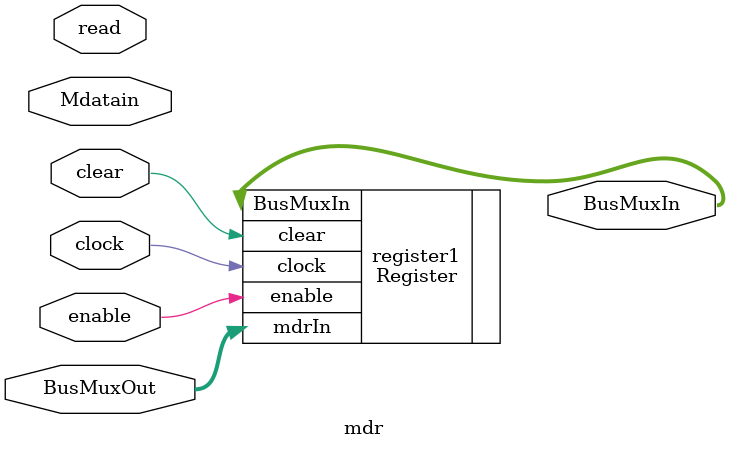
<source format=v>
module mdr
(
	input clear, clock, enable, read,
	input [31:0]BusMuxOut,
	input [31:0]Mdatain,
	output wire [31:0]BusMuxIn
	
);
	reg [31:0] mdrIn;
	initial mdrIn = 32'h0;
	
	always @(posedge clock)begin
		
		if (read) begin
			mdrIn <= Mdatain;
		end
		else begin
			mdrIn <= BusMuxOut;
		end
		
	end
	
   Register register1
	 (
		.clear(clear), 
		.clock(clock),
		.enable(enable),
		.mdrIn(BusMuxOut),
		.BusMuxIn(BusMuxIn)
    );
endmodule
</source>
